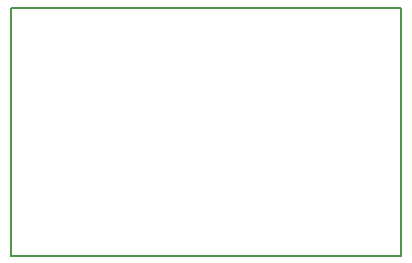
<source format=gbr>
%FSLAX43Y43*%
%MOMM*%
G71*
G01*
G75*
G04 Layer_Color=16711935*
%ADD10R,2.700X1.000*%
%ADD11R,0.762X1.372*%
%ADD12R,0.650X1.100*%
%ADD13R,0.864X1.372*%
%ADD14R,1.372X0.762*%
%ADD15R,2.032X2.032*%
%ADD16R,1.372X0.864*%
%ADD17C,0.200*%
%ADD18C,1.200*%
%ADD19C,3.000*%
%ADD20C,0.800*%
%ADD21O,2.100X0.300*%
%ADD22O,0.300X2.100*%
%ADD23R,1.300X1.000*%
%ADD24C,0.250*%
%ADD25C,0.508*%
%ADD26C,0.152*%
%ADD27R,2.903X1.203*%
%ADD28R,0.965X1.575*%
%ADD29R,0.853X1.303*%
%ADD30R,1.067X1.575*%
%ADD31R,1.575X0.965*%
%ADD32R,2.235X2.235*%
%ADD33R,1.575X1.067*%
%ADD34C,1.403*%
%ADD35C,3.203*%
%ADD36O,2.303X0.503*%
%ADD37O,0.503X2.303*%
%ADD38R,1.503X1.203*%
D17*
X12000Y21000D02*
X45000D01*
X12000Y0D02*
X45000D01*
X12000D02*
Y21000D01*
X45000Y0D02*
Y21000D01*
M02*

</source>
